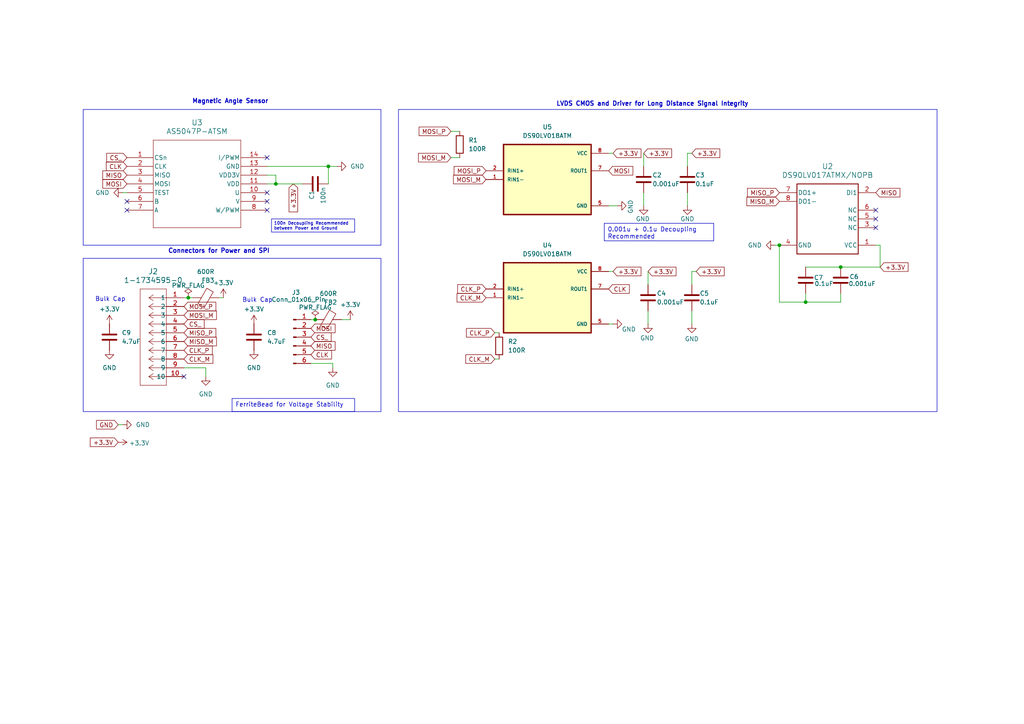
<source format=kicad_sch>
(kicad_sch (version 20231120) (generator "eeschema") (generator_version "8.0")
  (paper "A4")
  (lib_symbols
    (symbol "+3.3V_2" (power) (pin_numbers hide) (pin_names (offset 0) hide)
      (property "Value" "+3.3V" (at 0.254 6.096 90))
      (symbol "+3.3V_2_0_1"
        (polyline (pts (xy -0.762 1.27) (xy 0 2.54)))
        (polyline (pts (xy 0 0) (xy 0 2.54)))
        (polyline (pts (xy 0 2.54) (xy 0.762 1.27)))
      )
      (symbol "+3.3V_2_1_1"
        (pin power_out line (at 0 0 90) (length 0) (name "~") (number "1"))
      )
    )
    (symbol "AngleSensor:AS5047P-ATSM" (pin_names (offset 0.254))
      (property "Reference" "U3" (at 20.32 10.16 0))
      (property "Value" "AS5047P-ATSM" (at 20.32 7.62 0))
      (symbol "AS5047P-ATSM_0_1"
        (polyline (pts (xy 7.62 -20.32) (xy 33.02 -20.32)) (stroke (width 0.127)))
        (polyline (pts (xy 7.62 5.08) (xy 7.62 -20.32)) (stroke (width 0.127)))
        (polyline (pts (xy 33.02 -20.32) (xy 33.02 5.08)) (stroke (width 0.127)))
        (polyline (pts (xy 33.02 5.08) (xy 7.62 5.08)) (stroke (width 0.127)))
        (pin input line (at 0 0 0) (length 7.62) (name "CSn") (number "1"))
        (pin output line (at 40.64 -10.16 180) (length 7.62) (name "U") (number "10"))
        (pin power_in line (at 40.64 -7.62 180) (length 7.62) (name "VDD") (number "11"))
        (pin power_in line (at 40.64 -5.08 180) (length 7.62) (name "VDD3V") (number "12"))
        (pin power_in line (at 40.64 -2.54 180) (length 7.62) (name "GND") (number "13"))
        (pin output line (at 40.64 0 180) (length 7.62) (name "I/PWM") (number "14"))
        (pin input line (at 0 -2.54 0) (length 7.62) (name "CLK") (number "2"))
        (pin output line (at 0 -5.08 0) (length 7.62) (name "MISO") (number "3"))
        (pin input line (at 0 -7.62 0) (length 7.62) (name "MOSI") (number "4"))
        (pin power_in line (at 0 -10.16 0) (length 7.62) (name "TEST") (number "5"))
        (pin output line (at 0 -12.7 0) (length 7.62) (name "B") (number "6"))
        (pin output line (at 0 -15.24 0) (length 7.62) (name "A") (number "7"))
        (pin output line (at 40.64 -15.24 180) (length 7.62) (name "W/PWM") (number "8"))
        (pin output line (at 40.64 -12.7 180) (length 7.62) (name "V") (number "9"))
      )
    )
    (symbol "Connector:Conn_01x06_Pin" (pin_names (offset 1.016) hide)
      (property "Reference" "J3" (at 0.635 10.16 0))
      (property "Value" "Conn_01x06_Pin" (at 0.635 7.62 0))
      (symbol "Conn_01x06_Pin_1_1"
        (polyline (pts (xy 1.27 -7.62) (xy 0.8636 -7.62)) (stroke (width 0.1524)))
        (polyline (pts (xy 1.27 -5.08) (xy 0.8636 -5.08)) (stroke (width 0.1524)))
        (polyline (pts (xy 1.27 -2.54) (xy 0.8636 -2.54)) (stroke (width 0.1524)))
        (polyline (pts (xy 1.27 0) (xy 0.8636 0)) (stroke (width 0.1524)))
        (polyline (pts (xy 1.27 2.54) (xy 0.8636 2.54)) (stroke (width 0.1524)))
        (polyline (pts (xy 1.27 5.08) (xy 0.8636 5.08)) (stroke (width 0.1524)))
        (rectangle (start 0.8636 -7.493) (end 0 -7.747) (stroke (width 0.1524)) (fill (type outline)))
        (rectangle (start 0.8636 -4.953) (end 0 -5.207) (stroke (width 0.1524)) (fill (type outline)))
        (rectangle (start 0.8636 -2.413) (end 0 -2.667) (stroke (width 0.1524)) (fill (type outline)))
        (rectangle (start 0.8636 0.127) (end 0 -0.127) (stroke (width 0.1524)) (fill (type outline)))
        (rectangle (start 0.8636 2.667) (end 0 2.413) (stroke (width 0.1524)) (fill (type outline)))
        (rectangle (start 0.8636 5.207) (end 0 4.953) (stroke (width 0.1524)) (fill (type outline)))
        (pin power_in line (at 5.08 5.08 180) (length 3.81) (name "Pin_1") (number "1"))
        (pin passive line (at 5.08 2.54 180) (length 3.81) (name "Pin_2") (number "2"))
        (pin passive line (at 5.08 0 180) (length 3.81) (name "Pin_3") (number "3"))
        (pin passive line (at 5.08 -2.54 180) (length 3.81) (name "Pin_4") (number "4"))
        (pin passive line (at 5.08 -5.08 180) (length 3.81) (name "Pin_5") (number "5"))
        (pin passive line (at 5.08 -7.62 180) (length 3.81) (name "Pin_6") (number "6"))
      )
    )
    (symbol "ConnectorCustom:1-1734595-0" (pin_names (offset 0.254))
      (property "Reference" "J2" (at 8.89 7.62 0))
      (property "Value" "1-1734595-0" (at 8.89 5.08 0))
      (symbol "1-1734595-0_1_1"
        (polyline (pts (xy 5.08 -25.4) (xy 12.7 -25.4)) (stroke (width 0.127)))
        (polyline (pts (xy 5.08 2.54) (xy 5.08 -25.4)) (stroke (width 0.127)))
        (polyline (pts (xy 10.16 -22.86) (xy 5.08 -22.86)) (stroke (width 0.127)))
        (polyline (pts (xy 10.16 -22.86) (xy 8.89 -23.7067)) (stroke (width 0.127)))
        (polyline (pts (xy 10.16 -22.86) (xy 8.89 -22.0133)) (stroke (width 0.127)))
        (polyline (pts (xy 10.16 -20.32) (xy 5.08 -20.32)) (stroke (width 0.127)))
        (polyline (pts (xy 10.16 -20.32) (xy 8.89 -21.1667)) (stroke (width 0.127)))
        (polyline (pts (xy 10.16 -20.32) (xy 8.89 -19.4733)) (stroke (width 0.127)))
        (polyline (pts (xy 10.16 -17.78) (xy 5.08 -17.78)) (stroke (width 0.127)))
        (polyline (pts (xy 10.16 -17.78) (xy 8.89 -18.6267)) (stroke (width 0.127)))
        (polyline (pts (xy 10.16 -17.78) (xy 8.89 -16.9333)) (stroke (width 0.127)))
        (polyline (pts (xy 10.16 -15.24) (xy 5.08 -15.24)) (stroke (width 0.127)))
        (polyline (pts (xy 10.16 -15.24) (xy 8.89 -16.0867)) (stroke (width 0.127)))
        (polyline (pts (xy 10.16 -15.24) (xy 8.89 -14.3933)) (stroke (width 0.127)))
        (polyline (pts (xy 10.16 -12.7) (xy 5.08 -12.7)) (stroke (width 0.127)))
        (polyline (pts (xy 10.16 -12.7) (xy 8.89 -13.5467)) (stroke (width 0.127)))
        (polyline (pts (xy 10.16 -12.7) (xy 8.89 -11.8533)) (stroke (width 0.127)))
        (polyline (pts (xy 10.16 -10.16) (xy 5.08 -10.16)) (stroke (width 0.127)))
        (polyline (pts (xy 10.16 -10.16) (xy 8.89 -11.0067)) (stroke (width 0.127)))
        (polyline (pts (xy 10.16 -10.16) (xy 8.89 -9.3133)) (stroke (width 0.127)))
        (polyline (pts (xy 10.16 -7.62) (xy 5.08 -7.62)) (stroke (width 0.127)))
        (polyline (pts (xy 10.16 -7.62) (xy 8.89 -8.4667)) (stroke (width 0.127)))
        (polyline (pts (xy 10.16 -7.62) (xy 8.89 -6.7733)) (stroke (width 0.127)))
        (polyline (pts (xy 10.16 -5.08) (xy 5.08 -5.08)) (stroke (width 0.127)))
        (polyline (pts (xy 10.16 -5.08) (xy 8.89 -5.9267)) (stroke (width 0.127)))
        (polyline (pts (xy 10.16 -5.08) (xy 8.89 -4.2333)) (stroke (width 0.127)))
        (polyline (pts (xy 10.16 -2.54) (xy 5.08 -2.54)) (stroke (width 0.127)))
        (polyline (pts (xy 10.16 -2.54) (xy 8.89 -3.3867)) (stroke (width 0.127)))
        (polyline (pts (xy 10.16 -2.54) (xy 8.89 -1.6933)) (stroke (width 0.127)))
        (polyline (pts (xy 10.16 0) (xy 5.08 0)) (stroke (width 0.127)))
        (polyline (pts (xy 10.16 0) (xy 8.89 -0.8467)) (stroke (width 0.127)))
        (polyline (pts (xy 10.16 0) (xy 8.89 0.8467)) (stroke (width 0.127)))
        (polyline (pts (xy 12.7 -25.4) (xy 12.7 2.54)) (stroke (width 0.127)))
        (polyline (pts (xy 12.7 2.54) (xy 5.08 2.54)) (stroke (width 0.127)))
        (pin power_in line (at 0 0 0) (length 5.08) (name "1") (number "1"))
        (pin unspecified line (at 0 -22.86 0) (length 5.08) (name "10") (number "10"))
        (pin unspecified line (at 0 -2.54 0) (length 5.08) (name "2") (number "2"))
        (pin unspecified line (at 0 -5.08 0) (length 5.08) (name "3") (number "3"))
        (pin unspecified line (at 0 -7.62 0) (length 5.08) (name "4") (number "4"))
        (pin unspecified line (at 0 -10.16 0) (length 5.08) (name "5") (number "5"))
        (pin unspecified line (at 0 -12.7 0) (length 5.08) (name "6") (number "6"))
        (pin unspecified line (at 0 -15.24 0) (length 5.08) (name "7") (number "7"))
        (pin unspecified line (at 0 -17.78 0) (length 5.08) (name "8") (number "8"))
        (pin unspecified line (at 0 -20.32 0) (length 5.08) (name "9") (number "9"))
      )
      (symbol "1-1734595-0_1_2"
        (polyline (pts (xy 5.08 -25.4) (xy 12.7 -25.4)) (stroke (width 0.127)))
        (polyline (pts (xy 5.08 2.54) (xy 5.08 -25.4)) (stroke (width 0.127)))
        (polyline (pts (xy 7.62 -22.86) (xy 5.08 -22.86)) (stroke (width 0.127)))
        (polyline (pts (xy 7.62 -22.86) (xy 8.89 -23.7067)) (stroke (width 0.127)))
        (polyline (pts (xy 7.62 -22.86) (xy 8.89 -22.0133)) (stroke (width 0.127)))
        (polyline (pts (xy 7.62 -20.32) (xy 5.08 -20.32)) (stroke (width 0.127)))
        (polyline (pts (xy 7.62 -20.32) (xy 8.89 -21.1667)) (stroke (width 0.127)))
        (polyline (pts (xy 7.62 -20.32) (xy 8.89 -19.4733)) (stroke (width 0.127)))
        (polyline (pts (xy 7.62 -17.78) (xy 5.08 -17.78)) (stroke (width 0.127)))
        (polyline (pts (xy 7.62 -17.78) (xy 8.89 -18.6267)) (stroke (width 0.127)))
        (polyline (pts (xy 7.62 -17.78) (xy 8.89 -16.9333)) (stroke (width 0.127)))
        (polyline (pts (xy 7.62 -15.24) (xy 5.08 -15.24)) (stroke (width 0.127)))
        (polyline (pts (xy 7.62 -15.24) (xy 8.89 -16.0867)) (stroke (width 0.127)))
        (polyline (pts (xy 7.62 -15.24) (xy 8.89 -14.3933)) (stroke (width 0.127)))
        (polyline (pts (xy 7.62 -12.7) (xy 5.08 -12.7)) (stroke (width 0.127)))
        (polyline (pts (xy 7.62 -12.7) (xy 8.89 -13.5467)) (stroke (width 0.127)))
        (polyline (pts (xy 7.62 -12.7) (xy 8.89 -11.8533)) (stroke (width 0.127)))
        (polyline (pts (xy 7.62 -10.16) (xy 5.08 -10.16)) (stroke (width 0.127)))
        (polyline (pts (xy 7.62 -10.16) (xy 8.89 -11.0067)) (stroke (width 0.127)))
        (polyline (pts (xy 7.62 -10.16) (xy 8.89 -9.3133)) (stroke (width 0.127)))
        (polyline (pts (xy 7.62 -7.62) (xy 5.08 -7.62)) (stroke (width 0.127)))
        (polyline (pts (xy 7.62 -7.62) (xy 8.89 -8.4667)) (stroke (width 0.127)))
        (polyline (pts (xy 7.62 -7.62) (xy 8.89 -6.7733)) (stroke (width 0.127)))
        (polyline (pts (xy 7.62 -5.08) (xy 5.08 -5.08)) (stroke (width 0.127)))
        (polyline (pts (xy 7.62 -5.08) (xy 8.89 -5.9267)) (stroke (width 0.127)))
        (polyline (pts (xy 7.62 -5.08) (xy 8.89 -4.2333)) (stroke (width 0.127)))
        (polyline (pts (xy 7.62 -2.54) (xy 5.08 -2.54)) (stroke (width 0.127)))
        (polyline (pts (xy 7.62 -2.54) (xy 8.89 -3.3867)) (stroke (width 0.127)))
        (polyline (pts (xy 7.62 -2.54) (xy 8.89 -1.6933)) (stroke (width 0.127)))
        (polyline (pts (xy 7.62 0) (xy 5.08 0)) (stroke (width 0.127)))
        (polyline (pts (xy 7.62 0) (xy 8.89 -0.8467)) (stroke (width 0.127)))
        (polyline (pts (xy 7.62 0) (xy 8.89 0.8467)) (stroke (width 0.127)))
        (polyline (pts (xy 12.7 -25.4) (xy 12.7 2.54)) (stroke (width 0.127)))
        (polyline (pts (xy 12.7 2.54) (xy 5.08 2.54)) (stroke (width 0.127)))
        (pin unspecified line (at 0 0 0) (length 5.08) (name "1") (number "1"))
        (pin unspecified line (at 0 -22.86 0) (length 5.08) (name "10") (number "10"))
        (pin unspecified line (at 0 -2.54 0) (length 5.08) (name "2") (number "2"))
        (pin unspecified line (at 0 -5.08 0) (length 5.08) (name "3") (number "3"))
        (pin unspecified line (at 0 -7.62 0) (length 5.08) (name "4") (number "4"))
        (pin unspecified line (at 0 -10.16 0) (length 5.08) (name "5") (number "5"))
        (pin unspecified line (at 0 -12.7 0) (length 5.08) (name "6") (number "6"))
        (pin unspecified line (at 0 -15.24 0) (length 5.08) (name "7") (number "7"))
        (pin unspecified line (at 0 -17.78 0) (length 5.08) (name "8") (number "8"))
        (pin unspecified line (at 0 -20.32 0) (length 5.08) (name "9") (number "9"))
      )
    )
    (symbol "Device:C" (pin_numbers hide) (pin_names (offset 0.254))
      (property "Reference" "C" (at 0.635 2.54 0))
      (property "Value" "C" (at 0.635 -2.54 0))
      (symbol "C_0_1"
        (polyline (pts (xy -2.032 -0.762) (xy 2.032 -0.762)) (stroke (width 0.508)))
        (polyline (pts (xy -2.032 0.762) (xy 2.032 0.762)) (stroke (width 0.508)))
      )
      (symbol "C_1_1"
        (pin passive line (at 0 3.81 270) (length 2.794) (name "~") (number "1"))
        (pin passive line (at 0 -3.81 90) (length 2.794) (name "~") (number "2"))
      )
    )
    (symbol "Device:FerriteBead" (pin_numbers hide) (pin_names (offset 0))
      (property "Reference" "FB" (at -3.81 0.635 90))
      (property "Value" "FerriteBead" (at 3.81 0 90))
      (symbol "FerriteBead_0_1"
        (polyline (pts (xy 0 -1.27) (xy 0 -1.2192)))
        (polyline (pts (xy 0 1.27) (xy 0 1.2954)))
        (polyline (pts (xy -2.7686 0.4064) (xy -1.7018 2.2606) (xy 2.7686 -0.3048) (xy 1.6764 -2.159) (xy -2.7686 0.4064)))
      )
      (symbol "FerriteBead_1_1"
        (pin passive line (at 0 3.81 270) (length 2.54) (name "~") (number "1"))
        (pin passive line (at 0 -3.81 90) (length 2.54) (name "~") (number "2"))
      )
    )
    (symbol "Device:R" (pin_numbers hide) (pin_names (offset 0))
      (property "Reference" "R" (at 2.032 0 90))
      (property "Value" "R" (at 0 0 90))
      (symbol "R_0_1"
        (rectangle (start -1.016 -2.54) (end 1.016 2.54) (stroke (width 0.254)))
      )
      (symbol "R_1_1"
        (pin passive line (at 0 3.81 270) (length 1.27) (name "~") (number "1"))
        (pin passive line (at 0 -3.81 90) (length 1.27) (name "~") (number "2"))
      )
    )
    (symbol "GND_1" (power) (pin_numbers hide) (pin_names (offset 0) hide)
      (property "Value" "GND" (at -1.27 -2.54 90))
      (symbol "GND_1_0_1"
        (polyline (pts (xy 0 0) (xy 0 -1.27) (xy 1.27 -1.27) (xy 0 -2.54) (xy -1.27 -1.27) (xy 0 -1.27)))
      )
      (symbol "GND_1_1_1"
        (pin power_out line (at 0 0 270) (length 0) (name "~") (number "1"))
      )
    )
    (symbol "LVDSCustom:DS90LV017ATMX_NOPB" (pin_names (offset 0.254))
      (property "Reference" "U" (at 0 -20.32 0))
      (property "Value" "DS90LV017ATMX/NOPB" (at 0 0 0))
      (symbol "DS90LV017ATMX_NOPB_0_1"
        (polyline (pts (xy 0 -20.32) (xy 0 0)) (stroke (width 0.254)))
        (polyline (pts (xy 0 -20.32) (xy 17.78 -20.32)) (stroke (width 0.254)))
        (polyline (pts (xy 0 0) (xy 17.78 0)) (stroke (width 0.254)))
        (polyline (pts (xy 17.78 0) (xy 17.78 -20.32)) (stroke (width 0.254)))
        (pin power_in line (at -5.08 -17.78 0) (length 5.08) (name "VCC") (number "1"))
        (pin input line (at -5.08 -2.54 0) (length 5.08) (name "DI1") (number "2"))
        (pin passive line (at -5.08 -12.7 0) (length 5.08) (name "NC") (number "3"))
        (pin power_in line (at 22.86 -17.78 180) (length 5.08) (name "GND") (number "4"))
        (pin passive line (at -5.08 -10.16 0) (length 5.08) (name "NC") (number "5"))
        (pin passive line (at -5.08 -7.62 0) (length 5.08) (name "NC") (number "6"))
        (pin output line (at 22.86 -2.54 180) (length 5.08) (name "DO1+") (number "7"))
        (pin output line (at 22.86 -5.08 180) (length 5.08) (name "DO1-") (number "8"))
      )
    )
    (symbol "LVDSCustom:DS90LV018ATM" (pin_names (offset 1.016))
      (property "Reference" "U" (at -12.7 11.16 0))
      (property "Value" "DS90LV018ATM" (at -12.7 -14.16 0))
      (symbol "DS90LV018ATM_0_0"
        (rectangle (start -12.7 -10.16) (end 12.7 10.16) (stroke (width 0.41)) (fill (type background)))
        (pin input line (at -17.78 0 0) (length 5.08) (name "RIN1-") (number "1"))
        (pin input line (at -17.78 2.54 0) (length 5.08) (name "RIN1+") (number "2"))
        (pin power_in line (at 17.78 -7.62 180) (length 5.08) (name "GND") (number "5"))
        (pin output line (at 17.78 2.54 180) (length 5.08) (name "ROUT1") (number "7"))
        (pin power_in line (at 17.78 7.62 180) (length 5.08) (name "VCC") (number "8"))
      )
    )
    (symbol "power:+3.3V" (power) (pin_numbers hide) (pin_names (offset 0) hide)
      (property "Value" "+3.3V" (at 0 3.556 0))
      (symbol "+3.3V_0_1"
        (polyline (pts (xy -0.762 1.27) (xy 0 2.54)))
        (polyline (pts (xy 0 0) (xy 0 2.54)))
        (polyline (pts (xy 0 2.54) (xy 0.762 1.27)))
      )
      (symbol "+3.3V_1_1"
        (pin power_in line (at 0 0 90) (length 0) (name "~") (number "1"))
      )
    )
    (symbol "power:GND" (power) (pin_numbers hide) (pin_names (offset 0) hide)
      (property "Value" "GND" (at 0 -3.81 0))
      (symbol "GND_0_1"
        (polyline (pts (xy 0 0) (xy 0 -1.27) (xy 1.27 -1.27) (xy 0 -2.54) (xy -1.27 -1.27) (xy 0 -1.27)))
      )
      (symbol "GND_1_1"
        (pin power_in line (at 0 0 270) (length 0) (name "~") (number "1"))
      )
    )
    (symbol "power:PWR_FLAG" (power) (pin_numbers hide) (pin_names (offset 0) hide)
      (property "Value" "PWR_FLAG" (at 0 3.81 0))
      (symbol "PWR_FLAG_0_0"
        (pin power_out line (at 0 0 90) (length 0) (name "~") (number "1"))
      )
      (symbol "PWR_FLAG_0_1"
        (polyline (pts (xy 0 0) (xy 0 1.27) (xy -1.016 1.905) (xy 0 2.54) (xy 1.016 1.905) (xy 0 1.27)))
      )
    )
  )
  (junction (at 54.61 86.36))
  (junction (at 226.06 71.12))
  (junction (at 233.68 87.63))
  (junction (at 80.01 53.34))
  (junction (at 243.84 77.47))
  (junction (at 91.44 92.71))
  (junction (at 95.25 48.26))
  (no_connect (at 36.83 58.42))
  (no_connect (at 77.47 55.88))
  (no_connect (at 53.34 109.22))
  (no_connect (at 77.47 60.96))
  (no_connect (at 36.83 60.96))
  (no_connect (at 77.47 58.42))
  (no_connect (at 254 60.96))
  (no_connect (at 77.47 45.72))
  (no_connect (at 254 63.5))
  (no_connect (at 254 66.04))
  (wire (pts (xy 200.66 78.74) (xy 201.93 78.74)))
  (wire (pts (xy 80.01 53.34) (xy 80.01 50.8)))
  (wire (pts (xy 176.53 44.45) (xy 177.8 44.45)))
  (wire (pts (xy 176.53 59.69) (xy 179.07 59.69)))
  (wire (pts (xy 77.47 53.34) (xy 80.01 53.34)))
  (wire (pts (xy 186.69 44.45) (xy 186.69 48.26)))
  (wire (pts (xy 130.81 38.1) (xy 133.35 38.1)))
  (wire (pts (xy 63.5 86.36) (xy 64.77 86.36)))
  (wire (pts (xy 187.96 90.17) (xy 187.96 93.98)))
  (wire (pts (xy 59.69 106.68) (xy 53.34 106.68)))
  (wire (pts (xy 80.01 53.34) (xy 87.63 53.34)))
  (wire (pts (xy 53.34 86.36) (xy 54.61 86.36)))
  (wire (pts (xy 97.79 48.26) (xy 95.25 48.26)))
  (wire (pts (xy 177.8 78.74) (xy 176.53 78.74)))
  (wire (pts (xy 200.66 90.17) (xy 200.66 93.98)))
  (wire (pts (xy 96.52 105.41) (xy 96.52 106.68)))
  (wire (pts (xy 199.39 44.45) (xy 199.39 48.26)))
  (wire (pts (xy 224.79 71.12) (xy 226.06 71.12)))
  (wire (pts (xy 255.27 77.47) (xy 243.84 77.47)))
  (wire (pts (xy 95.25 48.26) (xy 95.25 53.34)))
  (wire (pts (xy 143.51 96.52) (xy 144.78 96.52)))
  (wire (pts (xy 200.66 78.74) (xy 200.66 82.55)))
  (wire (pts (xy 59.69 106.68) (xy 59.69 109.22)))
  (wire (pts (xy 177.8 93.98) (xy 176.53 93.98)))
  (wire (pts (xy 34.29 123.19) (xy 35.56 123.19)))
  (wire (pts (xy 233.68 77.47) (xy 243.84 77.47)))
  (wire (pts (xy 54.61 86.36) (xy 55.88 86.36)))
  (wire (pts (xy 90.17 105.41) (xy 96.52 105.41)))
  (wire (pts (xy 187.96 78.74) (xy 187.96 82.55)))
  (wire (pts (xy 90.17 92.71) (xy 91.44 92.71)))
  (wire (pts (xy 226.06 71.12) (xy 226.06 87.63)))
  (wire (pts (xy 226.06 87.63) (xy 233.68 87.63)))
  (wire (pts (xy 143.51 104.14) (xy 144.78 104.14)))
  (wire (pts (xy 95.25 48.26) (xy 77.47 48.26)))
  (wire (pts (xy 99.06 92.71) (xy 101.6 92.71)))
  (wire (pts (xy 35.56 55.88) (xy 36.83 55.88)))
  (wire (pts (xy 254 71.12) (xy 255.27 71.12)))
  (wire (pts (xy 186.69 55.88) (xy 186.69 59.69)))
  (wire (pts (xy 255.27 71.12) (xy 255.27 77.47)))
  (wire (pts (xy 233.68 87.63) (xy 243.84 87.63)))
  (wire (pts (xy 77.47 50.8) (xy 80.01 50.8)))
  (wire (pts (xy 199.39 55.88) (xy 199.39 59.69)))
  (wire (pts (xy 243.84 87.63) (xy 243.84 85.09)))
  (wire (pts (xy 200.66 44.45) (xy 199.39 44.45)))
  (wire (pts (xy 130.81 45.72) (xy 133.35 45.72)))
  (wire (pts (xy 233.68 85.09) (xy 233.68 87.63)))
  (rectangle (start 24.13 31.75) (end 110.49 71.12))
  (rectangle (start 24.13 74.93) (end 110.49 119.38))
  (rectangle (start 115.57 31.75) (end 271.78 119.38))
  (text_box "100n Decoupling Recommended between Power and Ground\n" (at 78.74 63.5 0) (size 24.13 3.81) (effects (font (size 0.889 0.889)) (justify left top)))
  (text_box "FerriteBead for Voltage Stability\n" (at 67.31 115.57 0) (size 35.56 3.81) (effects (font (size 1.27 1.27)) (justify left top)))
  (text_box "" (at 93.98 64.77 0) (size 0 0) (effects (font (size 0.762 0.762)) (justify left top)))
  (text_box "0.001u + 0.1u Decoupling Recommended\n" (at 175.26 64.77 0) (size 31.75 5.08) (effects (font (size 1.27 1.27)) (justify left top)))
  (text "Bulk Cap" (at 74.676 87.122 0) (effects (font (size 1.27 1.27))))
  (text "LVDS CMOS and Driver for Long Distance Signal Integrity\n" (at 189.23 30.226 0) (effects (font (size 1.27 1.27) (thickness 0.254) (bold yes))))
  (text "Bulk Cap" (at 32.004 86.868 0) (effects (font (size 1.27 1.27))))
  (text "Magnetic Angle Sensor\n" (at 66.802 29.464 0) (effects (font (size 1.27 1.27) (thickness 0.254) (bold yes))))
  (text "Connectors for Power and SPI\n" (at 63.5 72.898 0) (effects (font (size 1.27 1.27) (thickness 0.254) (bold yes))))
  (global_label "MISO_M" (shape input) (at 53.34 99.06 0) (property "Intersheetrefs" "${INTERSHEET_REFS}" (effects (hide yes))))
  (global_label "MISO" (shape input) (at 90.17 100.33 0) (property "Intersheetrefs" "${INTERSHEET_REFS}" (effects (hide yes))))
  (global_label "MOSI_M" (shape input) (at 140.97 52.07 180) (property "Intersheetrefs" "${INTERSHEET_REFS}" (effects (hide yes))))
  (global_label "CS_" (shape input) (at 90.17 97.79 0) (property "Intersheetrefs" "${INTERSHEET_REFS}" (effects (hide yes))))
  (global_label "MISO_P" (shape input) (at 53.34 96.52 0) (property "Intersheetrefs" "${INTERSHEET_REFS}" (effects (hide yes))))
  (global_label "CLK_P" (shape input) (at 53.34 101.6 0) (property "Intersheetrefs" "${INTERSHEET_REFS}" (effects (hide yes))))
  (global_label "+3.3V" (shape input) (at 85.09 53.34 270) (property "Intersheetrefs" "${INTERSHEET_REFS}" (effects (hide yes))))
  (global_label "MOSI_M" (shape input) (at 130.81 45.72 180) (property "Intersheetrefs" "${INTERSHEET_REFS}" (effects (hide yes))))
  (global_label "MOSI_P" (shape input) (at 53.34 88.9 0) (property "Intersheetrefs" "${INTERSHEET_REFS}" (effects (hide yes))))
  (global_label "MOSI" (shape input) (at 36.83 53.34 180) (property "Intersheetrefs" "${INTERSHEET_REFS}" (effects (hide yes))))
  (global_label "+3.3V" (shape input) (at 200.66 44.45 0) (property "Intersheetrefs" "${INTERSHEET_REFS}" (effects (hide yes))))
  (global_label "+3.3V" (shape input) (at 186.69 44.45 0) (property "Intersheetrefs" "${INTERSHEET_REFS}" (effects (hide yes))))
  (global_label "GND" (shape input) (at 34.29 123.19 180) (property "Intersheetrefs" "${INTERSHEET_REFS}" (effects (hide yes))))
  (global_label "+3.3V" (shape input) (at 177.8 78.74 0) (property "Intersheetrefs" "${INTERSHEET_REFS}" (effects (hide yes))))
  (global_label "MOSI" (shape input) (at 176.53 49.53 0) (property "Intersheetrefs" "${INTERSHEET_REFS}" (effects (hide yes))))
  (global_label "CLK" (shape input) (at 36.83 48.26 180) (property "Intersheetrefs" "${INTERSHEET_REFS}" (effects (hide yes))))
  (global_label "CLK_P" (shape input) (at 140.97 83.82 180) (property "Intersheetrefs" "${INTERSHEET_REFS}" (effects (hide yes))))
  (global_label "CS_" (shape input) (at 53.34 93.98 0) (property "Intersheetrefs" "${INTERSHEET_REFS}" (effects (hide yes))))
  (global_label "CLK_M" (shape input) (at 53.34 104.14 0) (property "Intersheetrefs" "${INTERSHEET_REFS}" (effects (hide yes))))
  (global_label "MOSI_P" (shape input) (at 130.81 38.1 180) (property "Intersheetrefs" "${INTERSHEET_REFS}" (effects (hide yes))))
  (global_label "CLK_P" (shape input) (at 143.51 96.52 180) (property "Intersheetrefs" "${INTERSHEET_REFS}" (effects (hide yes))))
  (global_label "+3.3V" (shape input) (at 255.27 77.47 0) (property "Intersheetrefs" "${INTERSHEET_REFS}" (effects (hide yes))))
  (global_label "CLK_M" (shape input) (at 140.97 86.36 180) (property "Intersheetrefs" "${INTERSHEET_REFS}" (effects (hide yes))))
  (global_label "MOSI" (shape input) (at 90.17 95.25 0) (property "Intersheetrefs" "${INTERSHEET_REFS}" (effects (hide yes))))
  (global_label "MISO" (shape input) (at 36.83 50.8 180) (property "Intersheetrefs" "${INTERSHEET_REFS}" (effects (hide yes))))
  (global_label "CS_" (shape input) (at 36.83 45.72 180) (property "Intersheetrefs" "${INTERSHEET_REFS}" (effects (hide yes))))
  (global_label "+3.3V" (shape input) (at 201.93 78.74 0) (property "Intersheetrefs" "${INTERSHEET_REFS}" (effects (hide yes))))
  (global_label "+3.3V" (shape input) (at 177.8 44.45 0) (property "Intersheetrefs" "${INTERSHEET_REFS}" (effects (hide yes))))
  (global_label "+3.3V" (shape input) (at 34.29 128.27 180) (property "Intersheetrefs" "${INTERSHEET_REFS}" (effects (hide yes))))
  (global_label "MOSI_P" (shape input) (at 140.97 49.53 180) (property "Intersheetrefs" "${INTERSHEET_REFS}" (effects (hide yes))))
  (global_label "CLK_M" (shape input) (at 143.51 104.14 180) (property "Intersheetrefs" "${INTERSHEET_REFS}" (effects (hide yes))))
  (global_label "MISO" (shape input) (at 254 55.88 0) (property "Intersheetrefs" "${INTERSHEET_REFS}" (effects (hide yes))))
  (global_label "+3.3V" (shape input) (at 187.96 78.74 0) (property "Intersheetrefs" "${INTERSHEET_REFS}" (effects (hide yes))))
  (global_label "CLK" (shape input) (at 176.53 83.82 0) (property "Intersheetrefs" "${INTERSHEET_REFS}" (effects (hide yes))))
  (global_label "MISO_M" (shape input) (at 226.06 58.42 180) (property "Intersheetrefs" "${INTERSHEET_REFS}" (effects (hide yes))))
  (global_label "CLK" (shape input) (at 90.17 102.87 0) (property "Intersheetrefs" "${INTERSHEET_REFS}" (effects (hide yes))))
  (global_label "MOSI_M" (shape input) (at 53.34 91.44 0) (property "Intersheetrefs" "${INTERSHEET_REFS}" (effects (hide yes))))
  (global_label "MISO_P" (shape input) (at 226.06 55.88 180) (property "Intersheetrefs" "${INTERSHEET_REFS}" (effects (hide yes))))
  (symbol (lib_id "Device:R") (at 144.78 100.33 0) (unit 1)
    (property "Reference" "R2" (at 147.32 99.0599 0) (effects (justify left)))
    (property "Value" "100R" (at 147.32 101.5999 0) (effects (justify left)))
    (property "Description" "Resistor" (effects (hide yes)))
  )
  (symbol (lib_id "power:GND") (at 59.69 109.22 0) (unit 1)
    (property "Reference" "#PWR015" (effects (hide yes)))
    (property "Value" "GND" (at 59.69 114.3 0))
    (property "Description" "Power symbol creates a global label with name \"GND\" , ground" (effects (hide yes)))
  )
  (symbol (lib_id "power:GND") (at 200.66 93.98 0) (unit 1)
    (property "Reference" "#PWR022" (effects (hide yes)))
    (property "Value" "GND" (at 202.692 98.298 0) (effects (justify right)))
    (property "Description" "Power symbol creates a global label with name \"GND\" , ground" (effects (hide yes)))
  )
  (symbol (lib_name "GND_1") (lib_id "power:GND") (at 35.56 55.88 270) (mirror x) (unit 1)
    (property "Reference" "#PWR01" (effects (hide yes)))
    (property "Value" "GND" (at 31.75 55.8799 90) (effects (justify right)))
    (property "Description" "Power symbol creates a global label with name \"GND\" , ground" (effects (hide yes)))
  )
  (symbol (lib_id "power:GND") (at 96.52 106.68 0) (unit 1)
    (property "Reference" "#PWR017" (effects (hide yes)))
    (property "Value" "GND" (at 96.52 111.76 0))
    (property "Description" "Power symbol creates a global label with name \"GND\" , ground" (effects (hide yes)))
  )
  (symbol (lib_id "Device:C") (at 91.44 53.34 90) (unit 1)
    (property "Reference" "C1" (at 90.424 57.912 0) (effects (justify left)))
    (property "Value" "100n" (at 93.726 59.182 0) (effects (justify left)))
    (property "Description" "Unpolarized capacitor" (effects (hide yes)))
  )
  (symbol (lib_id "power:GND") (at 179.07 59.69 90) (unit 1)
    (property "Reference" "#PWR08" (effects (hide yes)))
    (property "Value" "GND" (at 182.88 57.912 0) (effects (justify right)))
    (property "Description" "Power symbol creates a global label with name \"GND\" , ground" (effects (hide yes)))
  )
  (symbol (lib_id "power:PWR_FLAG") (at 91.44 92.71 0) (unit 1)
    (property "Reference" "#FLG02" (effects (hide yes)))
    (property "Value" "PWR_FLAG" (at 91.44 89.154 0))
    (property "Description" "Special symbol for telling ERC where power comes from" (effects (hide yes)))
  )
  (symbol (lib_id "power:GND") (at 199.39 59.69 0) (unit 1)
    (property "Reference" "#PWR013" (effects (hide yes)))
    (property "Value" "GND" (at 201.422 63.5 0) (effects (justify right)))
    (property "Description" "Power symbol creates a global label with name \"GND\" , ground" (effects (hide yes)))
  )
  (symbol (lib_id "Connector:Conn_01x06_Pin") (at 85.09 97.79 0) (unit 1)
    (property "Reference" "J3" (at 85.852 84.836 0))
    (property "Value" "Conn_01x06_Pin" (at 86.614 86.868 0))
    (property "Description" "Generic connector, single row, 01x06, script generated" (effects (hide yes)))
  )
  (symbol (lib_id "Device:C") (at 199.39 52.07 0) (unit 1)
    (property "Reference" "C3" (at 201.676 50.8 0) (effects (justify left)))
    (property "Value" "0.1uF" (at 201.676 53.34 0) (effects (justify left)))
    (property "Description" "Unpolarized capacitor" (effects (hide yes)))
  )
  (symbol (lib_id "power:PWR_FLAG") (at 54.61 86.36 0) (unit 1)
    (property "Reference" "#FLG01" (effects (hide yes)))
    (property "Value" "PWR_FLAG" (at 54.61 82.804 0))
    (property "Description" "Special symbol for telling ERC where power comes from" (effects (hide yes)))
  )
  (symbol (lib_id "Device:FerriteBead") (at 95.25 92.71 90) (unit 1)
    (property "Reference" "FB2" (at 97.79 87.6809 90) (effects (justify left)))
    (property "Value" "600R" (at 97.79 85.1409 90) (effects (justify left)))
    (property "Footprint" "FerriteBeadCustom:IND_BOURNS_1005" (effects (hide yes)))
    (property "Description" "Ferrite bead" (effects (hide yes)))
  )
  (symbol (lib_id "power:+3.3V") (at 31.75 93.98 0) (unit 1)
    (property "Reference" "#PWR011" (effects (hide yes)))
    (property "Value" "+3.3V" (at 31.75 89.662 0))
    (property "Description" "Power symbol creates a global label with name \"+3.3V\"" (effects (hide yes)))
  )
  (symbol (lib_id "ConnectorCustom:1-1734595-0") (at 53.34 86.36 0) (mirror y) (unit 1)
    (property "Reference" "J2" (at 44.45 78.74 0) (effects (font (size 1.524 1.524))))
    (property "Value" "1-1734595-0" (at 44.45 81.28 0) (effects (font (size 1.524 1.524))))
    (property "Footprint" "CON10_1X10_DUM_HPI_TYC" (effects (hide yes)))
    (property "Datasheet" "1-1734595-0" (effects (hide yes)))
  )
  (symbol (lib_id "power:+3.3V") (at 73.66 93.98 0) (unit 1)
    (property "Reference" "#PWR05" (effects (hide yes)))
    (property "Value" "+3.3V" (at 73.66 89.662 0))
    (property "Description" "Power symbol creates a global label with name \"+3.3V\"" (effects (hide yes)))
  )
  (symbol (lib_id "power:+3.3V") (at 101.6 92.71 0) (unit 1)
    (property "Reference" "#PWR016" (effects (hide yes)))
    (property "Value" "+3.3V" (at 101.6 88.392 0))
    (property "Description" "Power symbol creates a global label with name \"+3.3V\"" (effects (hide yes)))
  )
  (symbol (lib_name "+3.3V_2") (lib_id "power:+3.3V") (at 34.29 128.27 270) (unit 1)
    (property "Reference" "#PWR02" (effects (hide yes)))
    (property "Value" "+3.3V" (at 40.386 128.524 90))
    (property "Description" "Power symbol creates a global label with name \"+3.3V\"" (effects (hide yes)))
  )
  (symbol (lib_id "LVDSCustom:DS90LV018ATM") (at 158.75 86.36 0) (unit 1)
    (property "Reference" "U4" (at 158.75 71.12 0))
    (property "Value" "DS90LV018ATM" (at 158.75 73.66 0))
    (property "Footprint" "DS90LV018ATM:SOIC127P599X175-8N" (effects (hide yes)))
  )
  (symbol (lib_id "power:GND") (at 186.69 59.69 0) (unit 1)
    (property "Reference" "#PWR020" (effects (hide yes)))
    (property "Value" "GND" (at 188.468 63.5 0) (effects (justify right)))
    (property "Description" "Power symbol creates a global label with name \"GND\" , ground" (effects (hide yes)))
  )
  (symbol (lib_id "Device:R") (at 133.35 41.91 0) (unit 1)
    (property "Reference" "R1" (at 135.89 40.6399 0) (effects (justify left)))
    (property "Value" "100R" (at 135.89 43.1799 0) (effects (justify left)))
    (property "Description" "Resistor" (effects (hide yes)))
  )
  (symbol (lib_id "power:+3.3V") (at 64.77 86.36 0) (unit 1)
    (property "Reference" "#PWR09" (effects (hide yes)))
    (property "Value" "+3.3V" (at 64.77 82.042 0))
    (property "Description" "Power symbol creates a global label with name \"+3.3V\"" (effects (hide yes)))
  )
  (symbol (lib_id "Device:C") (at 187.96 86.36 0) (unit 1)
    (property "Reference" "C4" (at 190.5 85.09 0) (effects (justify left)))
    (property "Value" "0.001uF" (at 190.5 87.63 0) (effects (justify left)))
    (property "Description" "Unpolarized capacitor" (effects (hide yes)))
  )
  (symbol (lib_id "Device:FerriteBead") (at 59.69 86.36 90) (unit 1)
    (property "Reference" "FB3" (at 62.23 81.3309 90) (effects (justify left)))
    (property "Value" "600R" (at 62.23 78.7909 90) (effects (justify left)))
    (property "Footprint" "FerriteBeadCustom:IND_BOURNS_1005" (effects (hide yes)))
    (property "Description" "Ferrite bead" (effects (hide yes)))
  )
  (symbol (lib_id "power:GND") (at 97.79 48.26 90) (unit 1)
    (property "Reference" "#PWR04" (effects (hide yes)))
    (property "Value" "GND" (at 101.6 48.2599 90) (effects (justify right)))
    (property "Description" "Power symbol creates a global label with name \"GND\" , ground" (effects (hide yes)))
  )
  (symbol (lib_id "Device:C") (at 243.84 81.28 0) (unit 1)
    (property "Reference" "C6" (at 246.38 80.264 0) (effects (justify left)))
    (property "Value" "0.001uF" (at 254 82.296 0) (effects (justify right)))
    (property "Description" "Unpolarized capacitor" (effects (hide yes)))
  )
  (symbol (lib_id "Device:C") (at 186.69 52.07 0) (unit 1)
    (property "Reference" "C2" (at 189.23 50.8 0) (effects (justify left)))
    (property "Value" "0.001uF" (at 189.23 53.34 0) (effects (justify left)))
    (property "Description" "Unpolarized capacitor" (effects (hide yes)))
  )
  (symbol (lib_id "power:GND") (at 73.66 101.6 0) (unit 1)
    (property "Reference" "#PWR06" (effects (hide yes)))
    (property "Value" "GND" (at 73.66 106.68 0))
    (property "Description" "Power symbol creates a global label with name \"GND\" , ground" (effects (hide yes)))
  )
  (symbol (lib_id "power:GND") (at 177.8 93.98 90) (unit 1)
    (property "Reference" "#PWR010" (effects (hide yes)))
    (property "Value" "GND" (at 180.34 95.504 90) (effects (justify right)))
    (property "Description" "Power symbol creates a global label with name \"GND\" , ground" (effects (hide yes)))
  )
  (symbol (lib_id "LVDSCustom:DS90LV017ATMX_NOPB") (at 248.92 53.34 0) (mirror y) (unit 1)
    (property "Reference" "U2" (at 240.03 48.26 0) (effects (font (size 1.524 1.524))))
    (property "Value" "DS90LV017ATMX/NOPB" (at 240.03 50.8 0) (effects (font (size 1.524 1.524))))
    (property "Footprint" "LVDSCustom:SOIC127P599X175-8N" (effects (hide yes)))
    (property "Datasheet" "DS90LV017ATMX/NOPB" (effects (hide yes)))
  )
  (symbol (lib_id "Device:C") (at 200.66 86.36 0) (unit 1)
    (property "Reference" "C5" (at 202.946 85.09 0) (effects (justify left)))
    (property "Value" "0.1uF" (at 202.946 87.63 0) (effects (justify left)))
    (property "Description" "Unpolarized capacitor" (effects (hide yes)))
  )
  (symbol (lib_id "power:GND") (at 31.75 101.6 0) (unit 1)
    (property "Reference" "#PWR018" (effects (hide yes)))
    (property "Value" "GND" (at 31.75 106.68 0))
    (property "Description" "Power symbol creates a global label with name \"GND\" , ground" (effects (hide yes)))
  )
  (symbol (lib_id "power:GND") (at 35.56 123.19 90) (unit 1)
    (property "Reference" "#PWR03" (effects (hide yes)))
    (property "Value" "GND" (at 39.37 123.1899 90) (effects (justify right)))
    (property "Description" "Power symbol creates a global label with name \"GND\" , ground" (effects (hide yes)))
  )
  (symbol (lib_id "power:GND") (at 224.79 71.12 270) (mirror x) (unit 1)
    (property "Reference" "#PWR07" (effects (hide yes)))
    (property "Value" "GND" (at 220.98 71.1199 90) (effects (justify right)))
    (property "Description" "Power symbol creates a global label with name \"GND\" , ground" (effects (hide yes)))
  )
  (symbol (lib_id "Device:C") (at 233.68 81.28 0) (mirror y) (unit 1)
    (property "Reference" "C7" (at 238.76 80.518 0) (effects (justify left)))
    (property "Value" "0.1uF" (at 236.22 82.296 0) (effects (justify right)))
    (property "Description" "Unpolarized capacitor" (effects (hide yes)))
  )
  (symbol (lib_id "LVDSCustom:DS90LV018ATM") (at 158.75 52.07 0) (unit 1)
    (property "Reference" "U5" (at 158.75 36.83 0))
    (property "Value" "DS90LV018ATM" (at 158.75 39.37 0))
    (property "Footprint" "DS90LV018ATM:SOIC127P599X175-8N" (effects (hide yes)))
  )
  (symbol (lib_id "Device:C") (at 31.75 97.79 0) (unit 1)
    (property "Reference" "C9" (at 35.306 96.52 0) (effects (justify left)))
    (property "Value" "4.7uF" (at 35.306 99.06 0) (effects (justify left)))
    (property "Description" "Unpolarized capacitor" (effects (hide yes)))
  )
  (symbol (lib_id "power:GND") (at 187.96 93.98 0) (unit 1)
    (property "Reference" "#PWR021" (effects (hide yes)))
    (property "Value" "GND" (at 189.738 98.044 0) (effects (justify right)))
    (property "Description" "Power symbol creates a global label with name \"GND\" , ground" (effects (hide yes)))
  )
  (symbol (lib_id "AngleSensor:AS5047P-ATSM") (at 36.83 45.72 0) (unit 1)
    (property "Reference" "U3" (at 57.15 35.56 0) (effects (font (size 1.524 1.524))))
    (property "Value" "AS5047P-ATSM" (at 57.15 38.1 0) (effects (font (size 1.524 1.524))))
    (property "Footprint" "TSSOP14_OSM" (effects (hide yes)))
    (property "Datasheet" "https://look.ams-osram.com/m/d05ee39221f9857/original/AS5047P-DS000324.pdf" (effects (hide yes)))
  )
  (symbol (lib_id "Device:C") (at 73.66 97.79 0) (unit 1)
    (property "Reference" "C8" (at 77.47 96.5199 0) (effects (justify left)))
    (property "Value" "4.7uF" (at 77.47 99.0599 0) (effects (justify left)))
    (property "Description" "Unpolarized capacitor" (effects (hide yes)))
  )
)
</source>
